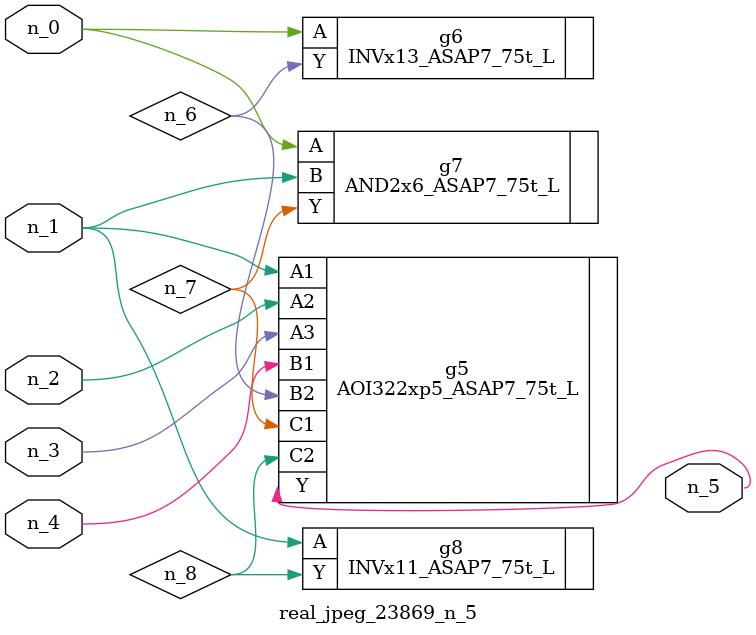
<source format=v>
module real_jpeg_23869_n_5 (n_4, n_0, n_1, n_2, n_3, n_5);

input n_4;
input n_0;
input n_1;
input n_2;
input n_3;

output n_5;

wire n_8;
wire n_6;
wire n_7;

INVx13_ASAP7_75t_L g6 ( 
.A(n_0),
.Y(n_6)
);

AND2x6_ASAP7_75t_L g7 ( 
.A(n_0),
.B(n_1),
.Y(n_7)
);

AOI322xp5_ASAP7_75t_L g5 ( 
.A1(n_1),
.A2(n_2),
.A3(n_3),
.B1(n_4),
.B2(n_6),
.C1(n_7),
.C2(n_8),
.Y(n_5)
);

INVx11_ASAP7_75t_L g8 ( 
.A(n_1),
.Y(n_8)
);


endmodule
</source>
